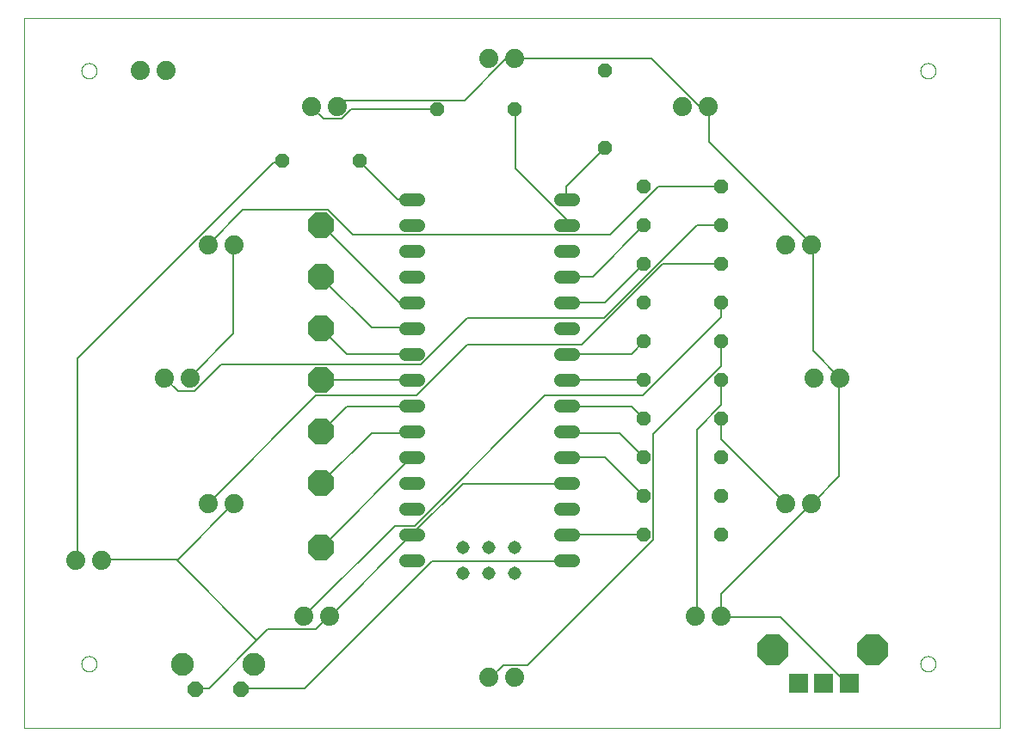
<source format=gtl>
G75*
%MOIN*%
%OFA0B0*%
%FSLAX25Y25*%
%IPPOS*%
%LPD*%
%AMOC8*
5,1,8,0,0,1.08239X$1,22.5*
%
%ADD10C,0.00000*%
%ADD11C,0.07400*%
%ADD12OC8,0.10000*%
%ADD13OC8,0.05200*%
%ADD14OC8,0.06000*%
%ADD15C,0.08850*%
%ADD16C,0.05150*%
%ADD17C,0.05150*%
%ADD18R,0.07400X0.07400*%
%ADD19OC8,0.11811*%
%ADD20C,0.00600*%
D10*
X0001000Y0020750D02*
X0001000Y0296341D01*
X0378953Y0296341D01*
X0378953Y0020750D01*
X0001000Y0020750D01*
X0023047Y0045750D02*
X0023049Y0045858D01*
X0023055Y0045967D01*
X0023065Y0046075D01*
X0023079Y0046182D01*
X0023097Y0046289D01*
X0023118Y0046396D01*
X0023144Y0046501D01*
X0023174Y0046606D01*
X0023207Y0046709D01*
X0023244Y0046811D01*
X0023285Y0046911D01*
X0023329Y0047010D01*
X0023378Y0047108D01*
X0023429Y0047203D01*
X0023484Y0047296D01*
X0023543Y0047388D01*
X0023605Y0047477D01*
X0023670Y0047564D01*
X0023738Y0047648D01*
X0023809Y0047730D01*
X0023883Y0047809D01*
X0023960Y0047885D01*
X0024040Y0047959D01*
X0024123Y0048029D01*
X0024208Y0048097D01*
X0024295Y0048161D01*
X0024385Y0048222D01*
X0024477Y0048280D01*
X0024571Y0048334D01*
X0024667Y0048385D01*
X0024764Y0048432D01*
X0024864Y0048476D01*
X0024965Y0048516D01*
X0025067Y0048552D01*
X0025170Y0048584D01*
X0025275Y0048613D01*
X0025381Y0048637D01*
X0025487Y0048658D01*
X0025594Y0048675D01*
X0025702Y0048688D01*
X0025810Y0048697D01*
X0025919Y0048702D01*
X0026027Y0048703D01*
X0026136Y0048700D01*
X0026244Y0048693D01*
X0026352Y0048682D01*
X0026459Y0048667D01*
X0026566Y0048648D01*
X0026672Y0048625D01*
X0026777Y0048599D01*
X0026882Y0048568D01*
X0026984Y0048534D01*
X0027086Y0048496D01*
X0027186Y0048454D01*
X0027285Y0048409D01*
X0027382Y0048360D01*
X0027476Y0048307D01*
X0027569Y0048251D01*
X0027660Y0048192D01*
X0027749Y0048129D01*
X0027835Y0048064D01*
X0027919Y0047995D01*
X0028000Y0047923D01*
X0028078Y0047848D01*
X0028154Y0047770D01*
X0028227Y0047689D01*
X0028297Y0047606D01*
X0028363Y0047521D01*
X0028427Y0047433D01*
X0028487Y0047342D01*
X0028544Y0047250D01*
X0028597Y0047155D01*
X0028647Y0047059D01*
X0028693Y0046961D01*
X0028736Y0046861D01*
X0028775Y0046760D01*
X0028810Y0046657D01*
X0028842Y0046554D01*
X0028869Y0046449D01*
X0028893Y0046343D01*
X0028913Y0046236D01*
X0028929Y0046129D01*
X0028941Y0046021D01*
X0028949Y0045913D01*
X0028953Y0045804D01*
X0028953Y0045696D01*
X0028949Y0045587D01*
X0028941Y0045479D01*
X0028929Y0045371D01*
X0028913Y0045264D01*
X0028893Y0045157D01*
X0028869Y0045051D01*
X0028842Y0044946D01*
X0028810Y0044843D01*
X0028775Y0044740D01*
X0028736Y0044639D01*
X0028693Y0044539D01*
X0028647Y0044441D01*
X0028597Y0044345D01*
X0028544Y0044250D01*
X0028487Y0044158D01*
X0028427Y0044067D01*
X0028363Y0043979D01*
X0028297Y0043894D01*
X0028227Y0043811D01*
X0028154Y0043730D01*
X0028078Y0043652D01*
X0028000Y0043577D01*
X0027919Y0043505D01*
X0027835Y0043436D01*
X0027749Y0043371D01*
X0027660Y0043308D01*
X0027569Y0043249D01*
X0027477Y0043193D01*
X0027382Y0043140D01*
X0027285Y0043091D01*
X0027186Y0043046D01*
X0027086Y0043004D01*
X0026984Y0042966D01*
X0026882Y0042932D01*
X0026777Y0042901D01*
X0026672Y0042875D01*
X0026566Y0042852D01*
X0026459Y0042833D01*
X0026352Y0042818D01*
X0026244Y0042807D01*
X0026136Y0042800D01*
X0026027Y0042797D01*
X0025919Y0042798D01*
X0025810Y0042803D01*
X0025702Y0042812D01*
X0025594Y0042825D01*
X0025487Y0042842D01*
X0025381Y0042863D01*
X0025275Y0042887D01*
X0025170Y0042916D01*
X0025067Y0042948D01*
X0024965Y0042984D01*
X0024864Y0043024D01*
X0024764Y0043068D01*
X0024667Y0043115D01*
X0024571Y0043166D01*
X0024477Y0043220D01*
X0024385Y0043278D01*
X0024295Y0043339D01*
X0024208Y0043403D01*
X0024123Y0043471D01*
X0024040Y0043541D01*
X0023960Y0043615D01*
X0023883Y0043691D01*
X0023809Y0043770D01*
X0023738Y0043852D01*
X0023670Y0043936D01*
X0023605Y0044023D01*
X0023543Y0044112D01*
X0023484Y0044204D01*
X0023429Y0044297D01*
X0023378Y0044392D01*
X0023329Y0044490D01*
X0023285Y0044589D01*
X0023244Y0044689D01*
X0023207Y0044791D01*
X0023174Y0044894D01*
X0023144Y0044999D01*
X0023118Y0045104D01*
X0023097Y0045211D01*
X0023079Y0045318D01*
X0023065Y0045425D01*
X0023055Y0045533D01*
X0023049Y0045642D01*
X0023047Y0045750D01*
X0023047Y0275750D02*
X0023049Y0275858D01*
X0023055Y0275967D01*
X0023065Y0276075D01*
X0023079Y0276182D01*
X0023097Y0276289D01*
X0023118Y0276396D01*
X0023144Y0276501D01*
X0023174Y0276606D01*
X0023207Y0276709D01*
X0023244Y0276811D01*
X0023285Y0276911D01*
X0023329Y0277010D01*
X0023378Y0277108D01*
X0023429Y0277203D01*
X0023484Y0277296D01*
X0023543Y0277388D01*
X0023605Y0277477D01*
X0023670Y0277564D01*
X0023738Y0277648D01*
X0023809Y0277730D01*
X0023883Y0277809D01*
X0023960Y0277885D01*
X0024040Y0277959D01*
X0024123Y0278029D01*
X0024208Y0278097D01*
X0024295Y0278161D01*
X0024385Y0278222D01*
X0024477Y0278280D01*
X0024571Y0278334D01*
X0024667Y0278385D01*
X0024764Y0278432D01*
X0024864Y0278476D01*
X0024965Y0278516D01*
X0025067Y0278552D01*
X0025170Y0278584D01*
X0025275Y0278613D01*
X0025381Y0278637D01*
X0025487Y0278658D01*
X0025594Y0278675D01*
X0025702Y0278688D01*
X0025810Y0278697D01*
X0025919Y0278702D01*
X0026027Y0278703D01*
X0026136Y0278700D01*
X0026244Y0278693D01*
X0026352Y0278682D01*
X0026459Y0278667D01*
X0026566Y0278648D01*
X0026672Y0278625D01*
X0026777Y0278599D01*
X0026882Y0278568D01*
X0026984Y0278534D01*
X0027086Y0278496D01*
X0027186Y0278454D01*
X0027285Y0278409D01*
X0027382Y0278360D01*
X0027476Y0278307D01*
X0027569Y0278251D01*
X0027660Y0278192D01*
X0027749Y0278129D01*
X0027835Y0278064D01*
X0027919Y0277995D01*
X0028000Y0277923D01*
X0028078Y0277848D01*
X0028154Y0277770D01*
X0028227Y0277689D01*
X0028297Y0277606D01*
X0028363Y0277521D01*
X0028427Y0277433D01*
X0028487Y0277342D01*
X0028544Y0277250D01*
X0028597Y0277155D01*
X0028647Y0277059D01*
X0028693Y0276961D01*
X0028736Y0276861D01*
X0028775Y0276760D01*
X0028810Y0276657D01*
X0028842Y0276554D01*
X0028869Y0276449D01*
X0028893Y0276343D01*
X0028913Y0276236D01*
X0028929Y0276129D01*
X0028941Y0276021D01*
X0028949Y0275913D01*
X0028953Y0275804D01*
X0028953Y0275696D01*
X0028949Y0275587D01*
X0028941Y0275479D01*
X0028929Y0275371D01*
X0028913Y0275264D01*
X0028893Y0275157D01*
X0028869Y0275051D01*
X0028842Y0274946D01*
X0028810Y0274843D01*
X0028775Y0274740D01*
X0028736Y0274639D01*
X0028693Y0274539D01*
X0028647Y0274441D01*
X0028597Y0274345D01*
X0028544Y0274250D01*
X0028487Y0274158D01*
X0028427Y0274067D01*
X0028363Y0273979D01*
X0028297Y0273894D01*
X0028227Y0273811D01*
X0028154Y0273730D01*
X0028078Y0273652D01*
X0028000Y0273577D01*
X0027919Y0273505D01*
X0027835Y0273436D01*
X0027749Y0273371D01*
X0027660Y0273308D01*
X0027569Y0273249D01*
X0027477Y0273193D01*
X0027382Y0273140D01*
X0027285Y0273091D01*
X0027186Y0273046D01*
X0027086Y0273004D01*
X0026984Y0272966D01*
X0026882Y0272932D01*
X0026777Y0272901D01*
X0026672Y0272875D01*
X0026566Y0272852D01*
X0026459Y0272833D01*
X0026352Y0272818D01*
X0026244Y0272807D01*
X0026136Y0272800D01*
X0026027Y0272797D01*
X0025919Y0272798D01*
X0025810Y0272803D01*
X0025702Y0272812D01*
X0025594Y0272825D01*
X0025487Y0272842D01*
X0025381Y0272863D01*
X0025275Y0272887D01*
X0025170Y0272916D01*
X0025067Y0272948D01*
X0024965Y0272984D01*
X0024864Y0273024D01*
X0024764Y0273068D01*
X0024667Y0273115D01*
X0024571Y0273166D01*
X0024477Y0273220D01*
X0024385Y0273278D01*
X0024295Y0273339D01*
X0024208Y0273403D01*
X0024123Y0273471D01*
X0024040Y0273541D01*
X0023960Y0273615D01*
X0023883Y0273691D01*
X0023809Y0273770D01*
X0023738Y0273852D01*
X0023670Y0273936D01*
X0023605Y0274023D01*
X0023543Y0274112D01*
X0023484Y0274204D01*
X0023429Y0274297D01*
X0023378Y0274392D01*
X0023329Y0274490D01*
X0023285Y0274589D01*
X0023244Y0274689D01*
X0023207Y0274791D01*
X0023174Y0274894D01*
X0023144Y0274999D01*
X0023118Y0275104D01*
X0023097Y0275211D01*
X0023079Y0275318D01*
X0023065Y0275425D01*
X0023055Y0275533D01*
X0023049Y0275642D01*
X0023047Y0275750D01*
X0348047Y0275750D02*
X0348049Y0275858D01*
X0348055Y0275967D01*
X0348065Y0276075D01*
X0348079Y0276182D01*
X0348097Y0276289D01*
X0348118Y0276396D01*
X0348144Y0276501D01*
X0348174Y0276606D01*
X0348207Y0276709D01*
X0348244Y0276811D01*
X0348285Y0276911D01*
X0348329Y0277010D01*
X0348378Y0277108D01*
X0348429Y0277203D01*
X0348484Y0277296D01*
X0348543Y0277388D01*
X0348605Y0277477D01*
X0348670Y0277564D01*
X0348738Y0277648D01*
X0348809Y0277730D01*
X0348883Y0277809D01*
X0348960Y0277885D01*
X0349040Y0277959D01*
X0349123Y0278029D01*
X0349208Y0278097D01*
X0349295Y0278161D01*
X0349385Y0278222D01*
X0349477Y0278280D01*
X0349571Y0278334D01*
X0349667Y0278385D01*
X0349764Y0278432D01*
X0349864Y0278476D01*
X0349965Y0278516D01*
X0350067Y0278552D01*
X0350170Y0278584D01*
X0350275Y0278613D01*
X0350381Y0278637D01*
X0350487Y0278658D01*
X0350594Y0278675D01*
X0350702Y0278688D01*
X0350810Y0278697D01*
X0350919Y0278702D01*
X0351027Y0278703D01*
X0351136Y0278700D01*
X0351244Y0278693D01*
X0351352Y0278682D01*
X0351459Y0278667D01*
X0351566Y0278648D01*
X0351672Y0278625D01*
X0351777Y0278599D01*
X0351882Y0278568D01*
X0351984Y0278534D01*
X0352086Y0278496D01*
X0352186Y0278454D01*
X0352285Y0278409D01*
X0352382Y0278360D01*
X0352476Y0278307D01*
X0352569Y0278251D01*
X0352660Y0278192D01*
X0352749Y0278129D01*
X0352835Y0278064D01*
X0352919Y0277995D01*
X0353000Y0277923D01*
X0353078Y0277848D01*
X0353154Y0277770D01*
X0353227Y0277689D01*
X0353297Y0277606D01*
X0353363Y0277521D01*
X0353427Y0277433D01*
X0353487Y0277342D01*
X0353544Y0277250D01*
X0353597Y0277155D01*
X0353647Y0277059D01*
X0353693Y0276961D01*
X0353736Y0276861D01*
X0353775Y0276760D01*
X0353810Y0276657D01*
X0353842Y0276554D01*
X0353869Y0276449D01*
X0353893Y0276343D01*
X0353913Y0276236D01*
X0353929Y0276129D01*
X0353941Y0276021D01*
X0353949Y0275913D01*
X0353953Y0275804D01*
X0353953Y0275696D01*
X0353949Y0275587D01*
X0353941Y0275479D01*
X0353929Y0275371D01*
X0353913Y0275264D01*
X0353893Y0275157D01*
X0353869Y0275051D01*
X0353842Y0274946D01*
X0353810Y0274843D01*
X0353775Y0274740D01*
X0353736Y0274639D01*
X0353693Y0274539D01*
X0353647Y0274441D01*
X0353597Y0274345D01*
X0353544Y0274250D01*
X0353487Y0274158D01*
X0353427Y0274067D01*
X0353363Y0273979D01*
X0353297Y0273894D01*
X0353227Y0273811D01*
X0353154Y0273730D01*
X0353078Y0273652D01*
X0353000Y0273577D01*
X0352919Y0273505D01*
X0352835Y0273436D01*
X0352749Y0273371D01*
X0352660Y0273308D01*
X0352569Y0273249D01*
X0352477Y0273193D01*
X0352382Y0273140D01*
X0352285Y0273091D01*
X0352186Y0273046D01*
X0352086Y0273004D01*
X0351984Y0272966D01*
X0351882Y0272932D01*
X0351777Y0272901D01*
X0351672Y0272875D01*
X0351566Y0272852D01*
X0351459Y0272833D01*
X0351352Y0272818D01*
X0351244Y0272807D01*
X0351136Y0272800D01*
X0351027Y0272797D01*
X0350919Y0272798D01*
X0350810Y0272803D01*
X0350702Y0272812D01*
X0350594Y0272825D01*
X0350487Y0272842D01*
X0350381Y0272863D01*
X0350275Y0272887D01*
X0350170Y0272916D01*
X0350067Y0272948D01*
X0349965Y0272984D01*
X0349864Y0273024D01*
X0349764Y0273068D01*
X0349667Y0273115D01*
X0349571Y0273166D01*
X0349477Y0273220D01*
X0349385Y0273278D01*
X0349295Y0273339D01*
X0349208Y0273403D01*
X0349123Y0273471D01*
X0349040Y0273541D01*
X0348960Y0273615D01*
X0348883Y0273691D01*
X0348809Y0273770D01*
X0348738Y0273852D01*
X0348670Y0273936D01*
X0348605Y0274023D01*
X0348543Y0274112D01*
X0348484Y0274204D01*
X0348429Y0274297D01*
X0348378Y0274392D01*
X0348329Y0274490D01*
X0348285Y0274589D01*
X0348244Y0274689D01*
X0348207Y0274791D01*
X0348174Y0274894D01*
X0348144Y0274999D01*
X0348118Y0275104D01*
X0348097Y0275211D01*
X0348079Y0275318D01*
X0348065Y0275425D01*
X0348055Y0275533D01*
X0348049Y0275642D01*
X0348047Y0275750D01*
X0348047Y0045750D02*
X0348049Y0045858D01*
X0348055Y0045967D01*
X0348065Y0046075D01*
X0348079Y0046182D01*
X0348097Y0046289D01*
X0348118Y0046396D01*
X0348144Y0046501D01*
X0348174Y0046606D01*
X0348207Y0046709D01*
X0348244Y0046811D01*
X0348285Y0046911D01*
X0348329Y0047010D01*
X0348378Y0047108D01*
X0348429Y0047203D01*
X0348484Y0047296D01*
X0348543Y0047388D01*
X0348605Y0047477D01*
X0348670Y0047564D01*
X0348738Y0047648D01*
X0348809Y0047730D01*
X0348883Y0047809D01*
X0348960Y0047885D01*
X0349040Y0047959D01*
X0349123Y0048029D01*
X0349208Y0048097D01*
X0349295Y0048161D01*
X0349385Y0048222D01*
X0349477Y0048280D01*
X0349571Y0048334D01*
X0349667Y0048385D01*
X0349764Y0048432D01*
X0349864Y0048476D01*
X0349965Y0048516D01*
X0350067Y0048552D01*
X0350170Y0048584D01*
X0350275Y0048613D01*
X0350381Y0048637D01*
X0350487Y0048658D01*
X0350594Y0048675D01*
X0350702Y0048688D01*
X0350810Y0048697D01*
X0350919Y0048702D01*
X0351027Y0048703D01*
X0351136Y0048700D01*
X0351244Y0048693D01*
X0351352Y0048682D01*
X0351459Y0048667D01*
X0351566Y0048648D01*
X0351672Y0048625D01*
X0351777Y0048599D01*
X0351882Y0048568D01*
X0351984Y0048534D01*
X0352086Y0048496D01*
X0352186Y0048454D01*
X0352285Y0048409D01*
X0352382Y0048360D01*
X0352476Y0048307D01*
X0352569Y0048251D01*
X0352660Y0048192D01*
X0352749Y0048129D01*
X0352835Y0048064D01*
X0352919Y0047995D01*
X0353000Y0047923D01*
X0353078Y0047848D01*
X0353154Y0047770D01*
X0353227Y0047689D01*
X0353297Y0047606D01*
X0353363Y0047521D01*
X0353427Y0047433D01*
X0353487Y0047342D01*
X0353544Y0047250D01*
X0353597Y0047155D01*
X0353647Y0047059D01*
X0353693Y0046961D01*
X0353736Y0046861D01*
X0353775Y0046760D01*
X0353810Y0046657D01*
X0353842Y0046554D01*
X0353869Y0046449D01*
X0353893Y0046343D01*
X0353913Y0046236D01*
X0353929Y0046129D01*
X0353941Y0046021D01*
X0353949Y0045913D01*
X0353953Y0045804D01*
X0353953Y0045696D01*
X0353949Y0045587D01*
X0353941Y0045479D01*
X0353929Y0045371D01*
X0353913Y0045264D01*
X0353893Y0045157D01*
X0353869Y0045051D01*
X0353842Y0044946D01*
X0353810Y0044843D01*
X0353775Y0044740D01*
X0353736Y0044639D01*
X0353693Y0044539D01*
X0353647Y0044441D01*
X0353597Y0044345D01*
X0353544Y0044250D01*
X0353487Y0044158D01*
X0353427Y0044067D01*
X0353363Y0043979D01*
X0353297Y0043894D01*
X0353227Y0043811D01*
X0353154Y0043730D01*
X0353078Y0043652D01*
X0353000Y0043577D01*
X0352919Y0043505D01*
X0352835Y0043436D01*
X0352749Y0043371D01*
X0352660Y0043308D01*
X0352569Y0043249D01*
X0352477Y0043193D01*
X0352382Y0043140D01*
X0352285Y0043091D01*
X0352186Y0043046D01*
X0352086Y0043004D01*
X0351984Y0042966D01*
X0351882Y0042932D01*
X0351777Y0042901D01*
X0351672Y0042875D01*
X0351566Y0042852D01*
X0351459Y0042833D01*
X0351352Y0042818D01*
X0351244Y0042807D01*
X0351136Y0042800D01*
X0351027Y0042797D01*
X0350919Y0042798D01*
X0350810Y0042803D01*
X0350702Y0042812D01*
X0350594Y0042825D01*
X0350487Y0042842D01*
X0350381Y0042863D01*
X0350275Y0042887D01*
X0350170Y0042916D01*
X0350067Y0042948D01*
X0349965Y0042984D01*
X0349864Y0043024D01*
X0349764Y0043068D01*
X0349667Y0043115D01*
X0349571Y0043166D01*
X0349477Y0043220D01*
X0349385Y0043278D01*
X0349295Y0043339D01*
X0349208Y0043403D01*
X0349123Y0043471D01*
X0349040Y0043541D01*
X0348960Y0043615D01*
X0348883Y0043691D01*
X0348809Y0043770D01*
X0348738Y0043852D01*
X0348670Y0043936D01*
X0348605Y0044023D01*
X0348543Y0044112D01*
X0348484Y0044204D01*
X0348429Y0044297D01*
X0348378Y0044392D01*
X0348329Y0044490D01*
X0348285Y0044589D01*
X0348244Y0044689D01*
X0348207Y0044791D01*
X0348174Y0044894D01*
X0348144Y0044999D01*
X0348118Y0045104D01*
X0348097Y0045211D01*
X0348079Y0045318D01*
X0348065Y0045425D01*
X0348055Y0045533D01*
X0348049Y0045642D01*
X0348047Y0045750D01*
D11*
X0271000Y0064136D03*
X0261000Y0064136D03*
X0296000Y0107837D03*
X0306000Y0107837D03*
X0307024Y0156577D03*
X0317024Y0156577D03*
X0306000Y0208191D03*
X0296000Y0208191D03*
X0266000Y0261892D03*
X0256000Y0261892D03*
X0191039Y0280593D03*
X0181039Y0280593D03*
X0122063Y0261892D03*
X0112063Y0261892D03*
X0056000Y0275750D03*
X0046000Y0275750D03*
X0072063Y0208191D03*
X0082063Y0208191D03*
X0065055Y0156577D03*
X0055055Y0156577D03*
X0072063Y0107837D03*
X0082063Y0107837D03*
X0031000Y0085750D03*
X0021000Y0085750D03*
X0109071Y0064136D03*
X0119071Y0064136D03*
X0181039Y0040435D03*
X0191039Y0040435D03*
D12*
X0116000Y0090750D03*
X0116000Y0115750D03*
X0116000Y0135750D03*
X0116000Y0155750D03*
X0116000Y0175750D03*
X0116000Y0195750D03*
X0116000Y0215750D03*
D13*
X0101000Y0240750D03*
X0131000Y0240750D03*
X0161000Y0260750D03*
X0191000Y0260750D03*
X0226000Y0245750D03*
X0241000Y0230750D03*
X0241000Y0215750D03*
X0241000Y0200750D03*
X0241000Y0185750D03*
X0241000Y0170750D03*
X0241000Y0155750D03*
X0241000Y0140750D03*
X0241000Y0125750D03*
X0241000Y0110750D03*
X0241000Y0095750D03*
X0271000Y0095750D03*
X0271000Y0110750D03*
X0271000Y0125750D03*
X0271000Y0140750D03*
X0271000Y0155750D03*
X0271000Y0170750D03*
X0271000Y0185750D03*
X0271000Y0200750D03*
X0271000Y0215750D03*
X0271000Y0230750D03*
X0226000Y0275750D03*
D14*
X0084900Y0035850D03*
X0067100Y0035850D03*
D15*
X0062200Y0045650D03*
X0089800Y0045650D03*
D16*
X0148425Y0085750D02*
X0153575Y0085750D01*
X0153575Y0095750D02*
X0148425Y0095750D01*
X0148425Y0105750D02*
X0153575Y0105750D01*
X0153575Y0115750D02*
X0148425Y0115750D01*
X0148425Y0125750D02*
X0153575Y0125750D01*
X0153575Y0135750D02*
X0148425Y0135750D01*
X0148425Y0145750D02*
X0153575Y0145750D01*
X0153575Y0155750D02*
X0148425Y0155750D01*
X0148425Y0165750D02*
X0153575Y0165750D01*
X0153575Y0175750D02*
X0148425Y0175750D01*
X0148425Y0185750D02*
X0153575Y0185750D01*
X0153575Y0195750D02*
X0148425Y0195750D01*
X0148425Y0205750D02*
X0153575Y0205750D01*
X0153575Y0215750D02*
X0148425Y0215750D01*
X0148425Y0225750D02*
X0153575Y0225750D01*
X0208425Y0225750D02*
X0213575Y0225750D01*
X0213575Y0215750D02*
X0208425Y0215750D01*
X0208425Y0205750D02*
X0213575Y0205750D01*
X0213575Y0195750D02*
X0208425Y0195750D01*
X0208425Y0185750D02*
X0213575Y0185750D01*
X0213575Y0175750D02*
X0208425Y0175750D01*
X0208425Y0165750D02*
X0213575Y0165750D01*
X0213575Y0155750D02*
X0208425Y0155750D01*
X0208425Y0145750D02*
X0213575Y0145750D01*
X0213575Y0135750D02*
X0208425Y0135750D01*
X0208425Y0125750D02*
X0213575Y0125750D01*
X0213575Y0115750D02*
X0208425Y0115750D01*
X0208425Y0105750D02*
X0213575Y0105750D01*
X0213575Y0095750D02*
X0208425Y0095750D01*
X0208425Y0085750D02*
X0213575Y0085750D01*
D17*
X0191000Y0080750D03*
X0191000Y0090750D03*
X0181000Y0090750D03*
X0171000Y0090750D03*
X0171000Y0080750D03*
X0181000Y0080750D03*
D18*
X0300843Y0038309D03*
X0310685Y0038309D03*
X0320528Y0038309D03*
D19*
X0329583Y0051301D03*
X0291000Y0051301D03*
D20*
X0293800Y0063950D02*
X0271000Y0063950D01*
X0271000Y0064136D01*
X0271000Y0064550D01*
X0271000Y0072950D01*
X0305800Y0107750D01*
X0306000Y0107837D01*
X0306400Y0108350D01*
X0316600Y0118550D01*
X0316600Y0156350D01*
X0317024Y0156577D01*
X0316600Y0156950D01*
X0306400Y0167150D01*
X0306400Y0207950D01*
X0306000Y0208191D01*
X0305800Y0208550D01*
X0266200Y0248150D01*
X0266200Y0261350D01*
X0266000Y0261892D01*
X0265600Y0261950D01*
X0262600Y0261950D01*
X0244000Y0280550D01*
X0191200Y0280550D01*
X0191039Y0280593D01*
X0190600Y0280550D01*
X0187600Y0280550D01*
X0171400Y0264350D01*
X0124600Y0264350D01*
X0122200Y0261950D01*
X0122063Y0261892D01*
X0124000Y0257150D02*
X0116800Y0257150D01*
X0112600Y0261350D01*
X0112063Y0261892D01*
X0124000Y0257150D02*
X0127600Y0260750D01*
X0160600Y0260750D01*
X0161000Y0260750D01*
X0191000Y0260750D02*
X0191200Y0260750D01*
X0191200Y0237950D01*
X0211000Y0218150D01*
X0211000Y0215750D01*
X0211000Y0225750D02*
X0211000Y0225950D01*
X0211000Y0230750D01*
X0226000Y0245750D01*
X0246400Y0230750D02*
X0227800Y0212150D01*
X0128200Y0212150D01*
X0118600Y0221750D01*
X0085600Y0221750D01*
X0072400Y0208550D01*
X0072063Y0208191D01*
X0082000Y0207950D02*
X0082063Y0208191D01*
X0082000Y0207950D02*
X0082000Y0173750D01*
X0065200Y0156950D01*
X0065055Y0156577D01*
X0067000Y0151550D02*
X0060400Y0151550D01*
X0055600Y0156350D01*
X0055055Y0156577D01*
X0067000Y0151550D02*
X0077200Y0161750D01*
X0154600Y0161750D01*
X0172600Y0179750D01*
X0225400Y0179750D01*
X0261400Y0215750D01*
X0271000Y0215750D01*
X0271000Y0200750D02*
X0248200Y0200750D01*
X0217000Y0169550D01*
X0172600Y0169550D01*
X0152800Y0149750D01*
X0113800Y0149750D01*
X0072400Y0108350D01*
X0072063Y0107837D01*
X0082000Y0107750D02*
X0082063Y0107837D01*
X0082000Y0107750D02*
X0060400Y0086150D01*
X0059800Y0086150D01*
X0091000Y0054950D01*
X0072400Y0036350D01*
X0067600Y0036350D01*
X0067100Y0035850D01*
X0084900Y0035850D02*
X0085000Y0036350D01*
X0109600Y0036350D01*
X0158800Y0085550D01*
X0211000Y0085550D01*
X0211000Y0085750D01*
X0211000Y0095750D02*
X0241000Y0095750D01*
X0244600Y0093950D02*
X0196000Y0045350D01*
X0186400Y0045350D01*
X0181600Y0040550D01*
X0181039Y0040435D01*
X0151000Y0095750D02*
X0119200Y0063950D01*
X0119071Y0064136D01*
X0118600Y0063950D01*
X0113800Y0059150D01*
X0095200Y0059150D01*
X0091000Y0054950D01*
X0109071Y0064136D02*
X0109600Y0064550D01*
X0144400Y0099350D01*
X0152200Y0099350D01*
X0202600Y0149750D01*
X0240400Y0149750D01*
X0271000Y0180350D01*
X0271000Y0185750D01*
X0271000Y0170750D02*
X0271000Y0161150D01*
X0244600Y0134750D01*
X0244600Y0093950D01*
X0241000Y0110750D02*
X0226000Y0125750D01*
X0211000Y0125750D01*
X0211000Y0135350D02*
X0211000Y0135750D01*
X0211000Y0135350D02*
X0231400Y0135350D01*
X0241000Y0125750D01*
X0241000Y0140750D02*
X0236200Y0145550D01*
X0211000Y0145550D01*
X0211000Y0145750D01*
X0211000Y0155750D02*
X0241000Y0155750D01*
X0236200Y0165950D02*
X0241000Y0170750D01*
X0236200Y0165950D02*
X0211000Y0165950D01*
X0211000Y0165750D01*
X0211000Y0185750D02*
X0226000Y0185750D01*
X0241000Y0200750D01*
X0241000Y0215750D02*
X0221200Y0195950D01*
X0211000Y0195950D01*
X0211000Y0195750D01*
X0246400Y0230750D02*
X0271000Y0230750D01*
X0271000Y0155750D02*
X0271000Y0146150D01*
X0261400Y0136550D01*
X0261400Y0064550D01*
X0261000Y0064136D01*
X0293800Y0063950D02*
X0319000Y0038750D01*
X0320200Y0038750D01*
X0320528Y0038309D01*
X0296000Y0107837D02*
X0295600Y0108350D01*
X0271000Y0132950D01*
X0271000Y0140750D01*
X0211000Y0115750D02*
X0211000Y0115550D01*
X0170800Y0115550D01*
X0151000Y0095750D01*
X0151000Y0125750D02*
X0116200Y0090950D01*
X0116000Y0090750D01*
X0116000Y0115750D02*
X0116200Y0116150D01*
X0135400Y0135350D01*
X0151000Y0135350D01*
X0151000Y0135750D01*
X0151000Y0145550D02*
X0151000Y0145750D01*
X0151000Y0145550D02*
X0125800Y0145550D01*
X0116200Y0135950D01*
X0116000Y0135750D01*
X0116200Y0155750D02*
X0116000Y0155750D01*
X0116200Y0155750D02*
X0151000Y0155750D01*
X0151000Y0165750D02*
X0151000Y0165950D01*
X0125800Y0165950D01*
X0116200Y0175550D01*
X0116000Y0175750D01*
X0135400Y0176150D02*
X0116200Y0195350D01*
X0116000Y0195750D01*
X0135400Y0176150D02*
X0151000Y0176150D01*
X0151000Y0175750D01*
X0151000Y0185750D02*
X0146200Y0185750D01*
X0116200Y0215750D01*
X0116000Y0215750D01*
X0131200Y0240350D02*
X0131000Y0240750D01*
X0131200Y0240350D02*
X0145600Y0225950D01*
X0151000Y0225950D01*
X0151000Y0225750D01*
X0101000Y0240750D02*
X0100600Y0240350D01*
X0097600Y0240350D01*
X0021400Y0164150D01*
X0021400Y0086150D01*
X0021000Y0085750D01*
X0031000Y0085750D02*
X0031000Y0086150D01*
X0059800Y0086150D01*
M02*

</source>
